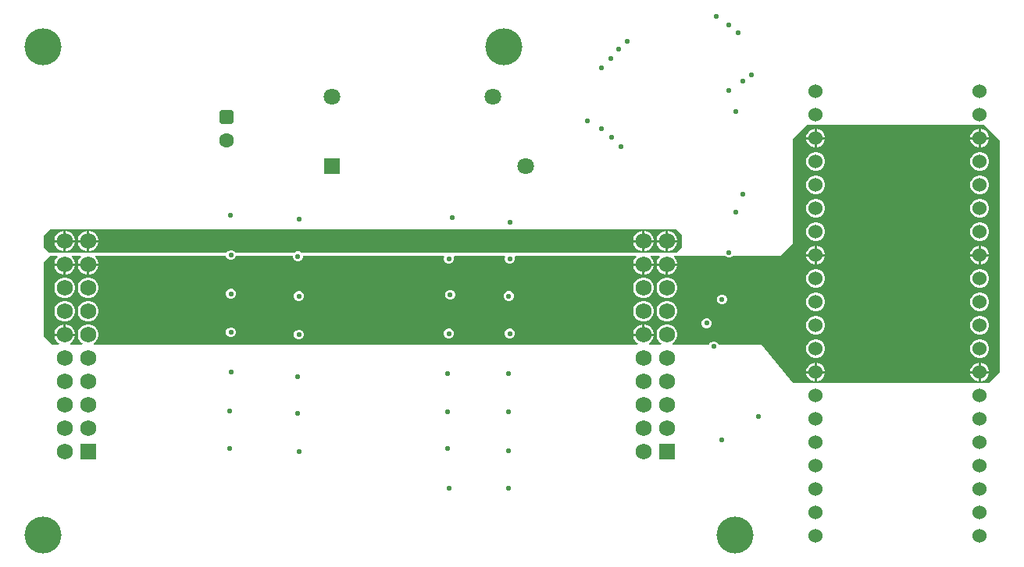
<source format=gbr>
G04*
G04 #@! TF.GenerationSoftware,Altium Limited,Altium Designer,23.9.2 (47)*
G04*
G04 Layer_Physical_Order=3*
G04 Layer_Color=16440176*
%FSLAX25Y25*%
%MOIN*%
G70*
G04*
G04 #@! TF.SameCoordinates,7D7DC0CB-560A-4B43-BD03-011E7A05A225*
G04*
G04*
G04 #@! TF.FilePolarity,Positive*
G04*
G01*
G75*
%ADD24R,0.06850X0.06850*%
%ADD25C,0.06850*%
%ADD33C,0.06000*%
%ADD34C,0.06299*%
G04:AMPARAMS|DCode=35|XSize=62.99mil|YSize=62.99mil|CornerRadius=15.75mil|HoleSize=0mil|Usage=FLASHONLY|Rotation=270.000|XOffset=0mil|YOffset=0mil|HoleType=Round|Shape=RoundedRectangle|*
%AMROUNDEDRECTD35*
21,1,0.06299,0.03150,0,0,270.0*
21,1,0.03150,0.06299,0,0,270.0*
1,1,0.03150,-0.01575,-0.01575*
1,1,0.03150,-0.01575,0.01575*
1,1,0.03150,0.01575,0.01575*
1,1,0.03150,0.01575,-0.01575*
%
%ADD35ROUNDEDRECTD35*%
%ADD36C,0.07087*%
%ADD37R,0.07087X0.07087*%
%ADD38C,0.02300*%
%ADD39C,0.15748*%
G36*
X292500Y140000D02*
Y135000D01*
X290000Y132500D01*
X130041D01*
X129718Y132823D01*
X128928Y133150D01*
X128072D01*
X127282Y132823D01*
X126959Y132500D01*
X101913D01*
X101823Y132718D01*
X101218Y133323D01*
X100428Y133650D01*
X99572D01*
X98782Y133323D01*
X98177Y132718D01*
X98087Y132500D01*
X22500D01*
X20000Y135000D01*
Y140000D01*
X23000Y142490D01*
X290009D01*
X292500Y140000D01*
D02*
G37*
G36*
X428000Y180500D02*
X428000Y81500D01*
X423250Y76750D01*
X339601D01*
X326500Y93250D01*
X308016D01*
X307823Y93718D01*
X307218Y94323D01*
X306428Y94650D01*
X305572D01*
X304782Y94323D01*
X304177Y93718D01*
X303983Y93250D01*
X288489D01*
X288355Y93750D01*
X288717Y93959D01*
X289541Y94783D01*
X290124Y95792D01*
X290425Y96917D01*
Y98083D01*
X290124Y99208D01*
X289541Y100217D01*
X288717Y101041D01*
X287708Y101624D01*
X286583Y101925D01*
X285417D01*
X284292Y101624D01*
X283283Y101041D01*
X282459Y100217D01*
X281876Y99208D01*
X281575Y98083D01*
Y96917D01*
X281876Y95792D01*
X282459Y94783D01*
X283283Y93959D01*
X283645Y93750D01*
X283511Y93250D01*
X278489D01*
X278355Y93750D01*
X278717Y93959D01*
X279541Y94783D01*
X280124Y95792D01*
X280425Y96917D01*
Y97000D01*
X276000D01*
X271575D01*
Y96917D01*
X271876Y95792D01*
X272459Y94783D01*
X273283Y93959D01*
X273645Y93750D01*
X273511Y93250D01*
X41489D01*
X41355Y93750D01*
X41717Y93959D01*
X42541Y94783D01*
X43124Y95792D01*
X43425Y96917D01*
Y98083D01*
X43124Y99208D01*
X42541Y100217D01*
X41717Y101041D01*
X40708Y101624D01*
X39583Y101925D01*
X38417D01*
X37292Y101624D01*
X36283Y101041D01*
X35459Y100217D01*
X34876Y99208D01*
X34575Y98083D01*
Y96917D01*
X34876Y95792D01*
X35459Y94783D01*
X36283Y93959D01*
X36645Y93750D01*
X36511Y93250D01*
X31489D01*
X31355Y93750D01*
X31717Y93959D01*
X32541Y94783D01*
X33124Y95792D01*
X33425Y96917D01*
Y97000D01*
X29000D01*
X24575D01*
Y96917D01*
X24876Y95792D01*
X25459Y94783D01*
X26283Y93959D01*
X26645Y93750D01*
X26511Y93250D01*
X23750D01*
X20000Y97000D01*
Y128250D01*
X22571Y131250D01*
X25785D01*
X25992Y130750D01*
X25459Y130217D01*
X24876Y129208D01*
X24575Y128083D01*
Y128000D01*
X29000D01*
X33425D01*
Y128083D01*
X33124Y129208D01*
X32541Y130217D01*
X32008Y130750D01*
X32215Y131250D01*
X35785D01*
X35992Y130750D01*
X35459Y130217D01*
X34876Y129208D01*
X34575Y128083D01*
Y128000D01*
X39000D01*
X43425D01*
Y128083D01*
X43124Y129208D01*
X42541Y130217D01*
X42008Y130750D01*
X42215Y131250D01*
X97850D01*
Y131072D01*
X98177Y130282D01*
X98782Y129677D01*
X99572Y129350D01*
X100428D01*
X101218Y129677D01*
X101823Y130282D01*
X102150Y131072D01*
Y131250D01*
X126350D01*
Y130572D01*
X126677Y129782D01*
X127282Y129177D01*
X128072Y128850D01*
X128928D01*
X129718Y129177D01*
X130323Y129782D01*
X130650Y130572D01*
Y131250D01*
X190649D01*
X190983Y130750D01*
X190850Y130428D01*
Y129572D01*
X191177Y128782D01*
X191782Y128177D01*
X192572Y127850D01*
X193428D01*
X194218Y128177D01*
X194823Y128782D01*
X195150Y129572D01*
Y130428D01*
X195017Y130750D01*
X195351Y131250D01*
X216649D01*
X216984Y130750D01*
X216850Y130428D01*
Y129572D01*
X217177Y128782D01*
X217782Y128177D01*
X218572Y127850D01*
X219428D01*
X220218Y128177D01*
X220823Y128782D01*
X221150Y129572D01*
Y130428D01*
X221017Y130750D01*
X221351Y131250D01*
X272785Y131250D01*
X272992Y130750D01*
X272459Y130217D01*
X271876Y129208D01*
X271575Y128083D01*
Y128000D01*
X276000D01*
X280425D01*
Y128083D01*
X280124Y129208D01*
X279541Y130217D01*
X279008Y130750D01*
X279215Y131250D01*
X282785D01*
X282992Y130750D01*
X282459Y130217D01*
X281876Y129208D01*
X281575Y128083D01*
Y128000D01*
X286000D01*
X290425D01*
Y128083D01*
X290124Y129208D01*
X289541Y130217D01*
X289008Y130750D01*
X289215Y131250D01*
X310710D01*
X311282Y130677D01*
X312072Y130350D01*
X312928D01*
X313718Y130677D01*
X314290Y131250D01*
X334250D01*
X339601Y136601D01*
Y181101D01*
X345750Y187250D01*
X421250D01*
X428000Y180500D01*
D02*
G37*
%LPC*%
G36*
X286583Y141925D02*
X286500D01*
Y138000D01*
X290425D01*
Y138083D01*
X290124Y139208D01*
X289541Y140217D01*
X288717Y141041D01*
X287708Y141624D01*
X286583Y141925D01*
D02*
G37*
G36*
X276583D02*
X276500D01*
Y138000D01*
X280425D01*
Y138083D01*
X280124Y139208D01*
X279541Y140217D01*
X278717Y141041D01*
X277708Y141624D01*
X276583Y141925D01*
D02*
G37*
G36*
X39583D02*
X39500D01*
Y138000D01*
X43425D01*
Y138083D01*
X43124Y139208D01*
X42541Y140217D01*
X41717Y141041D01*
X40708Y141624D01*
X39583Y141925D01*
D02*
G37*
G36*
X29583D02*
X29500D01*
Y138000D01*
X33425D01*
Y138083D01*
X33124Y139208D01*
X32541Y140217D01*
X31717Y141041D01*
X30708Y141624D01*
X29583Y141925D01*
D02*
G37*
G36*
X285500D02*
X285417D01*
X284292Y141624D01*
X283283Y141041D01*
X282459Y140217D01*
X281876Y139208D01*
X281575Y138083D01*
Y138000D01*
X285500D01*
Y141925D01*
D02*
G37*
G36*
X275500D02*
X275417D01*
X274292Y141624D01*
X273283Y141041D01*
X272459Y140217D01*
X271876Y139208D01*
X271575Y138083D01*
Y138000D01*
X275500D01*
Y141925D01*
D02*
G37*
G36*
X38500D02*
X38417D01*
X37292Y141624D01*
X36283Y141041D01*
X35459Y140217D01*
X34876Y139208D01*
X34575Y138083D01*
Y138000D01*
X38500D01*
Y141925D01*
D02*
G37*
G36*
X28500D02*
X28417D01*
X27292Y141624D01*
X26283Y141041D01*
X25459Y140217D01*
X24876Y139208D01*
X24575Y138083D01*
Y138000D01*
X28500D01*
Y141925D01*
D02*
G37*
G36*
X290425Y137000D02*
X286500D01*
Y133075D01*
X286583D01*
X287708Y133376D01*
X288717Y133959D01*
X289541Y134783D01*
X290124Y135792D01*
X290425Y136917D01*
Y137000D01*
D02*
G37*
G36*
X285500D02*
X281575D01*
Y136917D01*
X281876Y135792D01*
X282459Y134783D01*
X283283Y133959D01*
X284292Y133376D01*
X285417Y133075D01*
X285500D01*
Y137000D01*
D02*
G37*
G36*
X280425D02*
X276500D01*
Y133075D01*
X276583D01*
X277708Y133376D01*
X278717Y133959D01*
X279541Y134783D01*
X280124Y135792D01*
X280425Y136917D01*
Y137000D01*
D02*
G37*
G36*
X275500D02*
X271575D01*
Y136917D01*
X271876Y135792D01*
X272459Y134783D01*
X273283Y133959D01*
X274292Y133376D01*
X275417Y133075D01*
X275500D01*
Y137000D01*
D02*
G37*
G36*
X43425D02*
X39500D01*
Y133075D01*
X39583D01*
X40708Y133376D01*
X41717Y133959D01*
X42541Y134783D01*
X43124Y135792D01*
X43425Y136917D01*
Y137000D01*
D02*
G37*
G36*
X38500D02*
X34575D01*
Y136917D01*
X34876Y135792D01*
X35459Y134783D01*
X36283Y133959D01*
X37292Y133376D01*
X38417Y133075D01*
X38500D01*
Y137000D01*
D02*
G37*
G36*
X33425D02*
X29500D01*
Y133075D01*
X29583D01*
X30708Y133376D01*
X31717Y133959D01*
X32541Y134783D01*
X33124Y135792D01*
X33425Y136917D01*
Y137000D01*
D02*
G37*
G36*
X28500D02*
X24575D01*
Y136917D01*
X24876Y135792D01*
X25459Y134783D01*
X26283Y133959D01*
X27292Y133376D01*
X28417Y133075D01*
X28500D01*
Y137000D01*
D02*
G37*
G36*
X350027Y185500D02*
X350000D01*
Y182000D01*
X353500D01*
Y182027D01*
X353227Y183044D01*
X352701Y183956D01*
X351956Y184701D01*
X351044Y185227D01*
X350027Y185500D01*
D02*
G37*
G36*
X420027D02*
X420000D01*
Y182000D01*
X423500D01*
Y182027D01*
X423227Y183044D01*
X422701Y183956D01*
X421956Y184701D01*
X421044Y185227D01*
X420027Y185500D01*
D02*
G37*
G36*
X349000D02*
X348973D01*
X347956Y185227D01*
X347044Y184701D01*
X346299Y183956D01*
X345773Y183044D01*
X345500Y182027D01*
Y182000D01*
X349000D01*
Y185500D01*
D02*
G37*
G36*
X419000D02*
X418973D01*
X417956Y185227D01*
X417044Y184701D01*
X416299Y183956D01*
X415773Y183044D01*
X415500Y182027D01*
Y182000D01*
X419000D01*
Y185500D01*
D02*
G37*
G36*
X423500Y181000D02*
X420000D01*
Y177500D01*
X420027D01*
X421044Y177773D01*
X421956Y178299D01*
X422701Y179044D01*
X423227Y179956D01*
X423500Y180973D01*
Y181000D01*
D02*
G37*
G36*
X419000D02*
X415500D01*
Y180973D01*
X415773Y179956D01*
X416299Y179044D01*
X417044Y178299D01*
X417956Y177773D01*
X418973Y177500D01*
X419000D01*
Y181000D01*
D02*
G37*
G36*
X353500D02*
X350000D01*
Y177500D01*
X350027D01*
X351044Y177773D01*
X351956Y178299D01*
X352701Y179044D01*
X353227Y179956D01*
X353500Y180973D01*
Y181000D01*
D02*
G37*
G36*
X349000D02*
X345500D01*
Y180973D01*
X345773Y179956D01*
X346299Y179044D01*
X347044Y178299D01*
X347956Y177773D01*
X348973Y177500D01*
X349000D01*
Y181000D01*
D02*
G37*
G36*
X420027Y175500D02*
X418973D01*
X417956Y175227D01*
X417044Y174701D01*
X416299Y173956D01*
X415773Y173044D01*
X415500Y172027D01*
Y170973D01*
X415773Y169956D01*
X416299Y169044D01*
X417044Y168299D01*
X417956Y167773D01*
X418973Y167500D01*
X420027D01*
X421044Y167773D01*
X421956Y168299D01*
X422701Y169044D01*
X423227Y169956D01*
X423500Y170973D01*
Y172027D01*
X423227Y173044D01*
X422701Y173956D01*
X421956Y174701D01*
X421044Y175227D01*
X420027Y175500D01*
D02*
G37*
G36*
X350027D02*
X348973D01*
X347956Y175227D01*
X347044Y174701D01*
X346299Y173956D01*
X345773Y173044D01*
X345500Y172027D01*
Y170973D01*
X345773Y169956D01*
X346299Y169044D01*
X347044Y168299D01*
X347956Y167773D01*
X348973Y167500D01*
X350027D01*
X351044Y167773D01*
X351956Y168299D01*
X352701Y169044D01*
X353227Y169956D01*
X353500Y170973D01*
Y172027D01*
X353227Y173044D01*
X352701Y173956D01*
X351956Y174701D01*
X351044Y175227D01*
X350027Y175500D01*
D02*
G37*
G36*
X420027Y165500D02*
X418973D01*
X417956Y165227D01*
X417044Y164701D01*
X416299Y163956D01*
X415773Y163044D01*
X415500Y162027D01*
Y160973D01*
X415773Y159956D01*
X416299Y159044D01*
X417044Y158299D01*
X417956Y157773D01*
X418973Y157500D01*
X420027D01*
X421044Y157773D01*
X421956Y158299D01*
X422701Y159044D01*
X423227Y159956D01*
X423500Y160973D01*
Y162027D01*
X423227Y163044D01*
X422701Y163956D01*
X421956Y164701D01*
X421044Y165227D01*
X420027Y165500D01*
D02*
G37*
G36*
X350027D02*
X348973D01*
X347956Y165227D01*
X347044Y164701D01*
X346299Y163956D01*
X345773Y163044D01*
X345500Y162027D01*
Y160973D01*
X345773Y159956D01*
X346299Y159044D01*
X347044Y158299D01*
X347956Y157773D01*
X348973Y157500D01*
X350027D01*
X351044Y157773D01*
X351956Y158299D01*
X352701Y159044D01*
X353227Y159956D01*
X353500Y160973D01*
Y162027D01*
X353227Y163044D01*
X352701Y163956D01*
X351956Y164701D01*
X351044Y165227D01*
X350027Y165500D01*
D02*
G37*
G36*
X420027Y155500D02*
X418973D01*
X417956Y155227D01*
X417044Y154701D01*
X416299Y153956D01*
X415773Y153044D01*
X415500Y152027D01*
Y150973D01*
X415773Y149956D01*
X416299Y149044D01*
X417044Y148299D01*
X417956Y147773D01*
X418973Y147500D01*
X420027D01*
X421044Y147773D01*
X421956Y148299D01*
X422701Y149044D01*
X423227Y149956D01*
X423500Y150973D01*
Y152027D01*
X423227Y153044D01*
X422701Y153956D01*
X421956Y154701D01*
X421044Y155227D01*
X420027Y155500D01*
D02*
G37*
G36*
X350027D02*
X348973D01*
X347956Y155227D01*
X347044Y154701D01*
X346299Y153956D01*
X345773Y153044D01*
X345500Y152027D01*
Y150973D01*
X345773Y149956D01*
X346299Y149044D01*
X347044Y148299D01*
X347956Y147773D01*
X348973Y147500D01*
X350027D01*
X351044Y147773D01*
X351956Y148299D01*
X352701Y149044D01*
X353227Y149956D01*
X353500Y150973D01*
Y152027D01*
X353227Y153044D01*
X352701Y153956D01*
X351956Y154701D01*
X351044Y155227D01*
X350027Y155500D01*
D02*
G37*
G36*
X420027Y145500D02*
X418973D01*
X417956Y145227D01*
X417044Y144701D01*
X416299Y143956D01*
X415773Y143044D01*
X415500Y142027D01*
Y140973D01*
X415773Y139956D01*
X416299Y139044D01*
X417044Y138299D01*
X417956Y137773D01*
X418973Y137500D01*
X420027D01*
X421044Y137773D01*
X421956Y138299D01*
X422701Y139044D01*
X423227Y139956D01*
X423500Y140973D01*
Y142027D01*
X423227Y143044D01*
X422701Y143956D01*
X421956Y144701D01*
X421044Y145227D01*
X420027Y145500D01*
D02*
G37*
G36*
X350027D02*
X348973D01*
X347956Y145227D01*
X347044Y144701D01*
X346299Y143956D01*
X345773Y143044D01*
X345500Y142027D01*
Y140973D01*
X345773Y139956D01*
X346299Y139044D01*
X347044Y138299D01*
X347956Y137773D01*
X348973Y137500D01*
X350027D01*
X351044Y137773D01*
X351956Y138299D01*
X352701Y139044D01*
X353227Y139956D01*
X353500Y140973D01*
Y142027D01*
X353227Y143044D01*
X352701Y143956D01*
X351956Y144701D01*
X351044Y145227D01*
X350027Y145500D01*
D02*
G37*
G36*
Y135500D02*
X350000D01*
Y132000D01*
X353500D01*
Y132027D01*
X353227Y133044D01*
X352701Y133956D01*
X351956Y134701D01*
X351044Y135227D01*
X350027Y135500D01*
D02*
G37*
G36*
X420027D02*
X420000D01*
Y132000D01*
X423500D01*
Y132027D01*
X423227Y133044D01*
X422701Y133956D01*
X421956Y134701D01*
X421044Y135227D01*
X420027Y135500D01*
D02*
G37*
G36*
X349000D02*
X348973D01*
X347956Y135227D01*
X347044Y134701D01*
X346299Y133956D01*
X345773Y133044D01*
X345500Y132027D01*
Y132000D01*
X349000D01*
Y135500D01*
D02*
G37*
G36*
X419000D02*
X418973D01*
X417956Y135227D01*
X417044Y134701D01*
X416299Y133956D01*
X415773Y133044D01*
X415500Y132027D01*
Y132000D01*
X419000D01*
Y135500D01*
D02*
G37*
G36*
X423500Y131000D02*
X420000D01*
Y127500D01*
X420027D01*
X421044Y127773D01*
X421956Y128299D01*
X422701Y129044D01*
X423227Y129956D01*
X423500Y130973D01*
Y131000D01*
D02*
G37*
G36*
X419000D02*
X415500D01*
Y130973D01*
X415773Y129956D01*
X416299Y129044D01*
X417044Y128299D01*
X417956Y127773D01*
X418973Y127500D01*
X419000D01*
Y131000D01*
D02*
G37*
G36*
X353500D02*
X350000D01*
Y127500D01*
X350027D01*
X351044Y127773D01*
X351956Y128299D01*
X352701Y129044D01*
X353227Y129956D01*
X353500Y130973D01*
Y131000D01*
D02*
G37*
G36*
X349000D02*
X345500D01*
Y130973D01*
X345773Y129956D01*
X346299Y129044D01*
X347044Y128299D01*
X347956Y127773D01*
X348973Y127500D01*
X349000D01*
Y131000D01*
D02*
G37*
G36*
X290425Y127000D02*
X286500D01*
Y123075D01*
X286583D01*
X287708Y123376D01*
X288717Y123959D01*
X289541Y124783D01*
X290124Y125792D01*
X290425Y126917D01*
Y127000D01*
D02*
G37*
G36*
X285500D02*
X281575D01*
Y126917D01*
X281876Y125792D01*
X282459Y124783D01*
X283283Y123959D01*
X284292Y123376D01*
X285417Y123075D01*
X285500D01*
Y127000D01*
D02*
G37*
G36*
X280425D02*
X276500D01*
Y123075D01*
X276583D01*
X277708Y123376D01*
X278717Y123959D01*
X279541Y124783D01*
X280124Y125792D01*
X280425Y126917D01*
Y127000D01*
D02*
G37*
G36*
X275500D02*
X271575D01*
Y126917D01*
X271876Y125792D01*
X272459Y124783D01*
X273283Y123959D01*
X274292Y123376D01*
X275417Y123075D01*
X275500D01*
Y127000D01*
D02*
G37*
G36*
X43425D02*
X39500D01*
Y123075D01*
X39583D01*
X40708Y123376D01*
X41717Y123959D01*
X42541Y124783D01*
X43124Y125792D01*
X43425Y126917D01*
Y127000D01*
D02*
G37*
G36*
X38500D02*
X34575D01*
Y126917D01*
X34876Y125792D01*
X35459Y124783D01*
X36283Y123959D01*
X37292Y123376D01*
X38417Y123075D01*
X38500D01*
Y127000D01*
D02*
G37*
G36*
X33425D02*
X29500D01*
Y123075D01*
X29583D01*
X30708Y123376D01*
X31717Y123959D01*
X32541Y124783D01*
X33124Y125792D01*
X33425Y126917D01*
Y127000D01*
D02*
G37*
G36*
X28500D02*
X24575D01*
Y126917D01*
X24876Y125792D01*
X25459Y124783D01*
X26283Y123959D01*
X27292Y123376D01*
X28417Y123075D01*
X28500D01*
Y127000D01*
D02*
G37*
G36*
X420027Y125500D02*
X418973D01*
X417956Y125227D01*
X417044Y124701D01*
X416299Y123956D01*
X415773Y123044D01*
X415500Y122027D01*
Y120973D01*
X415773Y119956D01*
X416299Y119044D01*
X417044Y118299D01*
X417956Y117773D01*
X418973Y117500D01*
X420027D01*
X421044Y117773D01*
X421956Y118299D01*
X422701Y119044D01*
X423227Y119956D01*
X423500Y120973D01*
Y122027D01*
X423227Y123044D01*
X422701Y123956D01*
X421956Y124701D01*
X421044Y125227D01*
X420027Y125500D01*
D02*
G37*
G36*
X350027D02*
X348973D01*
X347956Y125227D01*
X347044Y124701D01*
X346299Y123956D01*
X345773Y123044D01*
X345500Y122027D01*
Y120973D01*
X345773Y119956D01*
X346299Y119044D01*
X347044Y118299D01*
X347956Y117773D01*
X348973Y117500D01*
X350027D01*
X351044Y117773D01*
X351956Y118299D01*
X352701Y119044D01*
X353227Y119956D01*
X353500Y120973D01*
Y122027D01*
X353227Y123044D01*
X352701Y123956D01*
X351956Y124701D01*
X351044Y125227D01*
X350027Y125500D01*
D02*
G37*
G36*
X286583Y121925D02*
X285417D01*
X284292Y121624D01*
X283283Y121041D01*
X282459Y120217D01*
X281876Y119208D01*
X281575Y118083D01*
Y116917D01*
X281876Y115792D01*
X282459Y114783D01*
X283283Y113959D01*
X284292Y113376D01*
X285417Y113075D01*
X286583D01*
X287708Y113376D01*
X288717Y113959D01*
X289541Y114783D01*
X290124Y115792D01*
X290425Y116917D01*
Y118083D01*
X290124Y119208D01*
X289541Y120217D01*
X288717Y121041D01*
X287708Y121624D01*
X286583Y121925D01*
D02*
G37*
G36*
X276583D02*
X275417D01*
X274292Y121624D01*
X273283Y121041D01*
X272459Y120217D01*
X271876Y119208D01*
X271575Y118083D01*
Y116917D01*
X271876Y115792D01*
X272459Y114783D01*
X273283Y113959D01*
X274292Y113376D01*
X275417Y113075D01*
X276583D01*
X277708Y113376D01*
X278717Y113959D01*
X279541Y114783D01*
X280124Y115792D01*
X280425Y116917D01*
Y118083D01*
X280124Y119208D01*
X279541Y120217D01*
X278717Y121041D01*
X277708Y121624D01*
X276583Y121925D01*
D02*
G37*
G36*
X39583D02*
X38417D01*
X37292Y121624D01*
X36283Y121041D01*
X35459Y120217D01*
X34876Y119208D01*
X34575Y118083D01*
Y116917D01*
X34876Y115792D01*
X35459Y114783D01*
X36283Y113959D01*
X37292Y113376D01*
X38417Y113075D01*
X39583D01*
X40708Y113376D01*
X41717Y113959D01*
X42541Y114783D01*
X43124Y115792D01*
X43425Y116917D01*
Y118083D01*
X43124Y119208D01*
X42541Y120217D01*
X41717Y121041D01*
X40708Y121624D01*
X39583Y121925D01*
D02*
G37*
G36*
X29583D02*
X28417D01*
X27292Y121624D01*
X26283Y121041D01*
X25459Y120217D01*
X24876Y119208D01*
X24575Y118083D01*
Y116917D01*
X24876Y115792D01*
X25459Y114783D01*
X26283Y113959D01*
X27292Y113376D01*
X28417Y113075D01*
X29583D01*
X30708Y113376D01*
X31717Y113959D01*
X32541Y114783D01*
X33124Y115792D01*
X33425Y116917D01*
Y118083D01*
X33124Y119208D01*
X32541Y120217D01*
X31717Y121041D01*
X30708Y121624D01*
X29583Y121925D01*
D02*
G37*
G36*
X100428Y117150D02*
X99572D01*
X98782Y116823D01*
X98177Y116218D01*
X97850Y115428D01*
Y114572D01*
X98177Y113782D01*
X98782Y113177D01*
X99572Y112850D01*
X100428D01*
X101218Y113177D01*
X101823Y113782D01*
X102150Y114572D01*
Y115428D01*
X101823Y116218D01*
X101218Y116823D01*
X100428Y117150D01*
D02*
G37*
G36*
X193928Y116650D02*
X193072D01*
X192282Y116323D01*
X191677Y115718D01*
X191350Y114928D01*
Y114072D01*
X191677Y113282D01*
X192282Y112677D01*
X193072Y112350D01*
X193928D01*
X194718Y112677D01*
X195323Y113282D01*
X195650Y114072D01*
Y114928D01*
X195323Y115718D01*
X194718Y116323D01*
X193928Y116650D01*
D02*
G37*
G36*
X218928Y116150D02*
X218072D01*
X217282Y115823D01*
X216677Y115218D01*
X216350Y114428D01*
Y113572D01*
X216677Y112782D01*
X217282Y112177D01*
X218072Y111850D01*
X218928D01*
X219718Y112177D01*
X220323Y112782D01*
X220650Y113572D01*
Y114428D01*
X220323Y115218D01*
X219718Y115823D01*
X218928Y116150D01*
D02*
G37*
G36*
X129428D02*
X128572D01*
X127782Y115823D01*
X127177Y115218D01*
X126850Y114428D01*
Y113572D01*
X127177Y112782D01*
X127782Y112177D01*
X128572Y111850D01*
X129428D01*
X130218Y112177D01*
X130823Y112782D01*
X131150Y113572D01*
Y114428D01*
X130823Y115218D01*
X130218Y115823D01*
X129428Y116150D01*
D02*
G37*
G36*
X309928Y114650D02*
X309072D01*
X308282Y114323D01*
X307677Y113718D01*
X307350Y112928D01*
Y112072D01*
X307677Y111282D01*
X308282Y110677D01*
X309072Y110350D01*
X309928D01*
X310718Y110677D01*
X311323Y111282D01*
X311650Y112072D01*
Y112928D01*
X311323Y113718D01*
X310718Y114323D01*
X309928Y114650D01*
D02*
G37*
G36*
X420027Y115500D02*
X418973D01*
X417956Y115227D01*
X417044Y114701D01*
X416299Y113956D01*
X415773Y113044D01*
X415500Y112027D01*
Y110973D01*
X415773Y109956D01*
X416299Y109044D01*
X417044Y108299D01*
X417956Y107773D01*
X418973Y107500D01*
X420027D01*
X421044Y107773D01*
X421956Y108299D01*
X422701Y109044D01*
X423227Y109956D01*
X423500Y110973D01*
Y112027D01*
X423227Y113044D01*
X422701Y113956D01*
X421956Y114701D01*
X421044Y115227D01*
X420027Y115500D01*
D02*
G37*
G36*
X350027D02*
X348973D01*
X347956Y115227D01*
X347044Y114701D01*
X346299Y113956D01*
X345773Y113044D01*
X345500Y112027D01*
Y110973D01*
X345773Y109956D01*
X346299Y109044D01*
X347044Y108299D01*
X347956Y107773D01*
X348973Y107500D01*
X350027D01*
X351044Y107773D01*
X351956Y108299D01*
X352701Y109044D01*
X353227Y109956D01*
X353500Y110973D01*
Y112027D01*
X353227Y113044D01*
X352701Y113956D01*
X351956Y114701D01*
X351044Y115227D01*
X350027Y115500D01*
D02*
G37*
G36*
X286583Y111925D02*
X285417D01*
X284292Y111624D01*
X283283Y111041D01*
X282459Y110217D01*
X281876Y109208D01*
X281575Y108083D01*
Y106917D01*
X281876Y105792D01*
X282459Y104783D01*
X283283Y103959D01*
X284292Y103376D01*
X285417Y103075D01*
X286583D01*
X287708Y103376D01*
X288717Y103959D01*
X289541Y104783D01*
X290124Y105792D01*
X290425Y106917D01*
Y108083D01*
X290124Y109208D01*
X289541Y110217D01*
X288717Y111041D01*
X287708Y111624D01*
X286583Y111925D01*
D02*
G37*
G36*
X276583D02*
X275417D01*
X274292Y111624D01*
X273283Y111041D01*
X272459Y110217D01*
X271876Y109208D01*
X271575Y108083D01*
Y106917D01*
X271876Y105792D01*
X272459Y104783D01*
X273283Y103959D01*
X274292Y103376D01*
X275417Y103075D01*
X276583D01*
X277708Y103376D01*
X278717Y103959D01*
X279541Y104783D01*
X280124Y105792D01*
X280425Y106917D01*
Y108083D01*
X280124Y109208D01*
X279541Y110217D01*
X278717Y111041D01*
X277708Y111624D01*
X276583Y111925D01*
D02*
G37*
G36*
X39583D02*
X38417D01*
X37292Y111624D01*
X36283Y111041D01*
X35459Y110217D01*
X34876Y109208D01*
X34575Y108083D01*
Y106917D01*
X34876Y105792D01*
X35459Y104783D01*
X36283Y103959D01*
X37292Y103376D01*
X38417Y103075D01*
X39583D01*
X40708Y103376D01*
X41717Y103959D01*
X42541Y104783D01*
X43124Y105792D01*
X43425Y106917D01*
Y108083D01*
X43124Y109208D01*
X42541Y110217D01*
X41717Y111041D01*
X40708Y111624D01*
X39583Y111925D01*
D02*
G37*
G36*
X29583D02*
X28417D01*
X27292Y111624D01*
X26283Y111041D01*
X25459Y110217D01*
X24876Y109208D01*
X24575Y108083D01*
Y106917D01*
X24876Y105792D01*
X25459Y104783D01*
X26283Y103959D01*
X27292Y103376D01*
X28417Y103075D01*
X29583D01*
X30708Y103376D01*
X31717Y103959D01*
X32541Y104783D01*
X33124Y105792D01*
X33425Y106917D01*
Y108083D01*
X33124Y109208D01*
X32541Y110217D01*
X31717Y111041D01*
X30708Y111624D01*
X29583Y111925D01*
D02*
G37*
G36*
X303428Y104575D02*
X302572D01*
X301782Y104248D01*
X301177Y103643D01*
X300850Y102853D01*
Y101997D01*
X301177Y101207D01*
X301782Y100602D01*
X302572Y100275D01*
X303428D01*
X304218Y100602D01*
X304823Y101207D01*
X305150Y101997D01*
Y102853D01*
X304823Y103643D01*
X304218Y104248D01*
X303428Y104575D01*
D02*
G37*
G36*
X276583Y101925D02*
X276500D01*
Y98000D01*
X280425D01*
Y98083D01*
X280124Y99208D01*
X279541Y100217D01*
X278717Y101041D01*
X277708Y101624D01*
X276583Y101925D01*
D02*
G37*
G36*
X29583D02*
X29500D01*
Y98000D01*
X33425D01*
Y98083D01*
X33124Y99208D01*
X32541Y100217D01*
X31717Y101041D01*
X30708Y101624D01*
X29583Y101925D01*
D02*
G37*
G36*
X275500D02*
X275417D01*
X274292Y101624D01*
X273283Y101041D01*
X272459Y100217D01*
X271876Y99208D01*
X271575Y98083D01*
Y98000D01*
X275500D01*
Y101925D01*
D02*
G37*
G36*
X28500D02*
X28417D01*
X27292Y101624D01*
X26283Y101041D01*
X25459Y100217D01*
X24876Y99208D01*
X24575Y98083D01*
Y98000D01*
X28500D01*
Y101925D01*
D02*
G37*
G36*
X420027Y105500D02*
X418973D01*
X417956Y105227D01*
X417044Y104701D01*
X416299Y103956D01*
X415773Y103044D01*
X415500Y102027D01*
Y100973D01*
X415773Y99956D01*
X416299Y99044D01*
X417044Y98299D01*
X417956Y97773D01*
X418973Y97500D01*
X420027D01*
X421044Y97773D01*
X421956Y98299D01*
X422701Y99044D01*
X423227Y99956D01*
X423500Y100973D01*
Y102027D01*
X423227Y103044D01*
X422701Y103956D01*
X421956Y104701D01*
X421044Y105227D01*
X420027Y105500D01*
D02*
G37*
G36*
X350027D02*
X348973D01*
X347956Y105227D01*
X347044Y104701D01*
X346299Y103956D01*
X345773Y103044D01*
X345500Y102027D01*
Y100973D01*
X345773Y99956D01*
X346299Y99044D01*
X347044Y98299D01*
X347956Y97773D01*
X348973Y97500D01*
X350027D01*
X351044Y97773D01*
X351956Y98299D01*
X352701Y99044D01*
X353227Y99956D01*
X353500Y100973D01*
Y102027D01*
X353227Y103044D01*
X352701Y103956D01*
X351956Y104701D01*
X351044Y105227D01*
X350027Y105500D01*
D02*
G37*
G36*
X100428Y100650D02*
X99572D01*
X98782Y100323D01*
X98177Y99718D01*
X97850Y98928D01*
Y98072D01*
X98177Y97282D01*
X98782Y96677D01*
X99572Y96350D01*
X100428D01*
X101218Y96677D01*
X101823Y97282D01*
X102150Y98072D01*
Y98928D01*
X101823Y99718D01*
X101218Y100323D01*
X100428Y100650D01*
D02*
G37*
G36*
X219428Y100150D02*
X218572D01*
X217782Y99823D01*
X217177Y99218D01*
X216850Y98428D01*
Y97572D01*
X217177Y96782D01*
X217782Y96177D01*
X218572Y95850D01*
X219428D01*
X220218Y96177D01*
X220823Y96782D01*
X221150Y97572D01*
Y98428D01*
X220823Y99218D01*
X220218Y99823D01*
X219428Y100150D01*
D02*
G37*
G36*
X193428D02*
X192572D01*
X191782Y99823D01*
X191177Y99218D01*
X190850Y98428D01*
Y97572D01*
X191177Y96782D01*
X191782Y96177D01*
X192572Y95850D01*
X193428D01*
X194218Y96177D01*
X194823Y96782D01*
X195150Y97572D01*
Y98428D01*
X194823Y99218D01*
X194218Y99823D01*
X193428Y100150D01*
D02*
G37*
G36*
X129428Y99650D02*
X128572D01*
X127782Y99323D01*
X127177Y98718D01*
X126850Y97928D01*
Y97072D01*
X127177Y96282D01*
X127782Y95677D01*
X128572Y95350D01*
X129428D01*
X130218Y95677D01*
X130823Y96282D01*
X131150Y97072D01*
Y97928D01*
X130823Y98718D01*
X130218Y99323D01*
X129428Y99650D01*
D02*
G37*
G36*
X420027Y95500D02*
X418973D01*
X417956Y95227D01*
X417044Y94701D01*
X416299Y93956D01*
X415773Y93044D01*
X415500Y92027D01*
Y90973D01*
X415773Y89956D01*
X416299Y89044D01*
X417044Y88299D01*
X417956Y87773D01*
X418973Y87500D01*
X420027D01*
X421044Y87773D01*
X421956Y88299D01*
X422701Y89044D01*
X423227Y89956D01*
X423500Y90973D01*
Y92027D01*
X423227Y93044D01*
X422701Y93956D01*
X421956Y94701D01*
X421044Y95227D01*
X420027Y95500D01*
D02*
G37*
G36*
X350027D02*
X348973D01*
X347956Y95227D01*
X347044Y94701D01*
X346299Y93956D01*
X345773Y93044D01*
X345500Y92027D01*
Y90973D01*
X345773Y89956D01*
X346299Y89044D01*
X347044Y88299D01*
X347956Y87773D01*
X348973Y87500D01*
X350027D01*
X351044Y87773D01*
X351956Y88299D01*
X352701Y89044D01*
X353227Y89956D01*
X353500Y90973D01*
Y92027D01*
X353227Y93044D01*
X352701Y93956D01*
X351956Y94701D01*
X351044Y95227D01*
X350027Y95500D01*
D02*
G37*
G36*
Y85500D02*
X350000D01*
Y82000D01*
X353500D01*
Y82027D01*
X353227Y83044D01*
X352701Y83956D01*
X351956Y84701D01*
X351044Y85227D01*
X350027Y85500D01*
D02*
G37*
G36*
X420027D02*
X420000D01*
Y82000D01*
X423500D01*
Y82027D01*
X423227Y83044D01*
X422701Y83956D01*
X421956Y84701D01*
X421044Y85227D01*
X420027Y85500D01*
D02*
G37*
G36*
X349000D02*
X348973D01*
X347956Y85227D01*
X347044Y84701D01*
X346299Y83956D01*
X345773Y83044D01*
X345500Y82027D01*
Y82000D01*
X349000D01*
Y85500D01*
D02*
G37*
G36*
X419000D02*
X418973D01*
X417956Y85227D01*
X417044Y84701D01*
X416299Y83956D01*
X415773Y83044D01*
X415500Y82027D01*
Y82000D01*
X419000D01*
Y85500D01*
D02*
G37*
G36*
X423500Y81000D02*
X420000D01*
Y77500D01*
X420027D01*
X421044Y77773D01*
X421956Y78299D01*
X422701Y79044D01*
X423227Y79956D01*
X423500Y80973D01*
Y81000D01*
D02*
G37*
G36*
X419000D02*
X415500D01*
Y80973D01*
X415773Y79956D01*
X416299Y79044D01*
X417044Y78299D01*
X417956Y77773D01*
X418973Y77500D01*
X419000D01*
Y81000D01*
D02*
G37*
G36*
X353500D02*
X350000D01*
Y77500D01*
X350027D01*
X351044Y77773D01*
X351956Y78299D01*
X352701Y79044D01*
X353227Y79956D01*
X353500Y80973D01*
Y81000D01*
D02*
G37*
G36*
X349000D02*
X345500D01*
Y80973D01*
X345773Y79956D01*
X346299Y79044D01*
X347044Y78299D01*
X347956Y77773D01*
X348973Y77500D01*
X349000D01*
Y81000D01*
D02*
G37*
%LPD*%
D24*
X39000Y47500D02*
D03*
X286000D02*
D03*
D25*
X39000Y57500D02*
D03*
Y67500D02*
D03*
Y77500D02*
D03*
Y87500D02*
D03*
Y97500D02*
D03*
Y107500D02*
D03*
Y117500D02*
D03*
Y127500D02*
D03*
Y137500D02*
D03*
X29000Y47500D02*
D03*
Y57500D02*
D03*
Y67500D02*
D03*
Y77500D02*
D03*
Y87500D02*
D03*
Y97500D02*
D03*
Y107500D02*
D03*
Y117500D02*
D03*
Y127500D02*
D03*
Y137500D02*
D03*
X276000D02*
D03*
Y127500D02*
D03*
Y117500D02*
D03*
Y107500D02*
D03*
Y97500D02*
D03*
Y87500D02*
D03*
Y77500D02*
D03*
Y67500D02*
D03*
Y57500D02*
D03*
Y47500D02*
D03*
X286000Y137500D02*
D03*
Y127500D02*
D03*
Y117500D02*
D03*
Y107500D02*
D03*
Y97500D02*
D03*
Y87500D02*
D03*
Y77500D02*
D03*
Y67500D02*
D03*
Y57500D02*
D03*
D33*
X349500Y11500D02*
D03*
Y21500D02*
D03*
Y31500D02*
D03*
Y41500D02*
D03*
Y51500D02*
D03*
Y61500D02*
D03*
Y71500D02*
D03*
Y81500D02*
D03*
Y91500D02*
D03*
Y101500D02*
D03*
Y111500D02*
D03*
Y121500D02*
D03*
Y131500D02*
D03*
Y141500D02*
D03*
Y151500D02*
D03*
Y161500D02*
D03*
Y171500D02*
D03*
Y181500D02*
D03*
Y191500D02*
D03*
Y201500D02*
D03*
X419500D02*
D03*
Y191500D02*
D03*
Y181500D02*
D03*
Y171500D02*
D03*
Y161500D02*
D03*
Y151500D02*
D03*
Y141500D02*
D03*
Y131500D02*
D03*
Y121500D02*
D03*
Y111500D02*
D03*
Y101500D02*
D03*
Y91500D02*
D03*
Y81500D02*
D03*
Y71500D02*
D03*
Y61500D02*
D03*
Y51500D02*
D03*
Y41500D02*
D03*
Y31500D02*
D03*
Y21500D02*
D03*
Y11500D02*
D03*
D34*
X98000Y180500D02*
D03*
D35*
Y190500D02*
D03*
D36*
X211898Y199028D02*
D03*
X143000D02*
D03*
X225677Y169500D02*
D03*
D37*
X143000D02*
D03*
D38*
X99500Y49000D02*
D03*
Y65000D02*
D03*
X128500Y79500D02*
D03*
X100000Y81500D02*
D03*
Y98500D02*
D03*
Y115000D02*
D03*
Y131500D02*
D03*
X99850Y148500D02*
D03*
X193000Y32000D02*
D03*
X218500D02*
D03*
X129000Y47500D02*
D03*
X218500Y48000D02*
D03*
X192500Y49000D02*
D03*
X128500Y64000D02*
D03*
X192500Y64500D02*
D03*
X218500D02*
D03*
X192500Y81000D02*
D03*
X218500D02*
D03*
X129000Y97500D02*
D03*
X193000Y98000D02*
D03*
X219000D02*
D03*
X129000Y114000D02*
D03*
X218500D02*
D03*
X193500Y114500D02*
D03*
X219000Y130000D02*
D03*
X128500Y131000D02*
D03*
X219000Y145500D02*
D03*
X129000Y147000D02*
D03*
X194500Y147500D02*
D03*
X262500Y182000D02*
D03*
X258000Y185500D02*
D03*
X252000Y189000D02*
D03*
X309500Y52500D02*
D03*
X306000Y92500D02*
D03*
X303000Y102425D02*
D03*
X309500Y112500D02*
D03*
X312500Y132500D02*
D03*
X266500Y178000D02*
D03*
X315500Y193000D02*
D03*
X312500Y202000D02*
D03*
X265500Y219500D02*
D03*
X269000Y223000D02*
D03*
X312500Y230000D02*
D03*
X307000Y233500D02*
D03*
X325000Y62425D02*
D03*
X315500Y150000D02*
D03*
X316500Y226500D02*
D03*
X318500Y157500D02*
D03*
Y206000D02*
D03*
X322000Y208650D02*
D03*
X193000Y130000D02*
D03*
X258000Y211500D02*
D03*
X262000Y215500D02*
D03*
D39*
X19685Y220472D02*
D03*
X216535Y220472D02*
D03*
X314961Y11811D02*
D03*
X19685Y11811D02*
D03*
M02*

</source>
